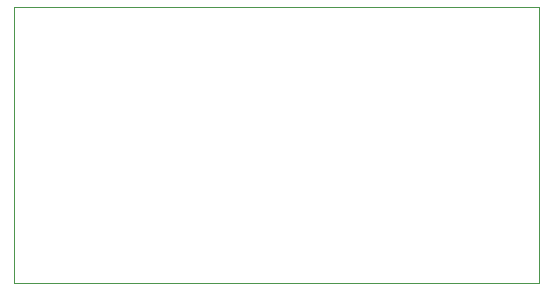
<source format=gbr>
G04 (created by PCBNEW (2013-mar-13)-testing) date Sun 28 Sep 2014 03:02:52 PM PDT*
%MOIN*%
G04 Gerber Fmt 3.4, Leading zero omitted, Abs format*
%FSLAX34Y34*%
G01*
G70*
G90*
G04 APERTURE LIST*
%ADD10C,0.005906*%
%ADD11C,0.003937*%
G04 APERTURE END LIST*
G54D10*
G54D11*
X59000Y-45200D02*
X59000Y-45000D01*
X41500Y-45200D02*
X41500Y-36000D01*
X59000Y-45200D02*
X41500Y-45200D01*
X59000Y-36000D02*
X59000Y-45000D01*
X41500Y-36000D02*
X59000Y-36000D01*
M02*

</source>
